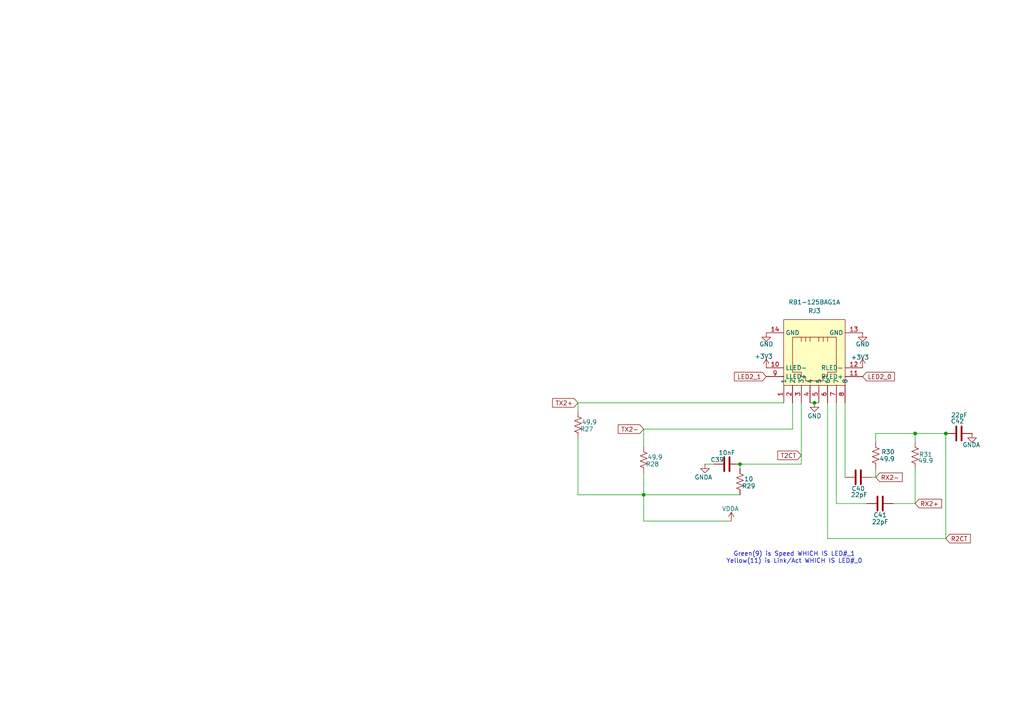
<source format=kicad_sch>
(kicad_sch (version 20250114) (generator "eeschema") (generator_version "9.0")
  (paper "A4")
  (title_block (date "2025-04-01") (rev "1") (company "Bronco Space") (comment 1 "SCALES") (comment 2 "By John Pollak"))
  (lib_symbols
    (symbol "Device:C" (pin_numbers (hide yes)) (pin_names (offset 0.254))
      (property "Reference" "C" (at 0.635 2.54 0))
      (property "Value" "C" (at 0.635 -2.54 0))
      (symbol "C_0_1"
        (polyline (pts (xy -2.032 0.762) (xy 2.032 0.762)) (stroke (width 0.508)))
        (polyline (pts (xy -2.032 -0.762) (xy 2.032 -0.762)) (stroke (width 0.508)))
      )
      (symbol "C_1_1"
        (pin passive line (at 0 3.81 270) (length 2.794) (name "~") (number "1"))
        (pin passive line (at 0 -3.81 90) (length 2.794) (name "~") (number "2"))
      )
    )
    (symbol "Device:R_US" (pin_numbers (hide yes)) (pin_names (offset 0))
      (property "Reference" "R" (at 2.54 0 90))
      (property "Value" "R_US" (at -2.54 0 90))
      (symbol "R_US_0_1"
        (polyline (pts (xy 0 2.286) (xy 0 2.54)))
        (polyline (pts (xy 0 2.286) (xy 1.016 1.905) (xy 0 1.524) (xy -1.016 1.143) (xy 0 0.762)))
        (polyline (pts (xy 0 0.762) (xy 1.016 0.381) (xy 0 0) (xy -1.016 -0.381) (xy 0 -0.762)))
        (polyline (pts (xy 0 -0.762) (xy 1.016 -1.143) (xy 0 -1.524) (xy -1.016 -1.905) (xy 0 -2.286)))
        (polyline (pts (xy 0 -2.286) (xy 0 -2.54)))
      )
      (symbol "R_US_1_1"
        (pin passive line (at 0 3.81 270) (length 1.27) (name "~") (number "1"))
        (pin passive line (at 0 -3.81 90) (length 1.27) (name "~") (number "2"))
      )
    )
    (symbol "easyeda2kicad:RB1-125BAG1A"
      (property "Reference" "RJ" (at 0 12.7 0))
      (property "Value" "RB1-125BAG1A" (at 0 -17.78 0))
      (symbol "RB1-125BAG1A_0_1"
        (rectangle (start -7.62 11.43) (end 10.16 -7.62) (fill (type background)))
        (polyline (pts (xy -2.54 6.35) (xy -2.54 5.08) (xy -2.54 5.08)))
        (polyline (pts (xy -1.27 6.35) (xy -1.27 5.08) (xy -1.27 5.08)))
        (polyline (pts (xy 0 6.35) (xy 0 5.08) (xy 0 5.08)))
        (polyline (pts (xy 2.54 6.35) (xy 2.54 5.08) (xy 2.54 5.08)))
        (polyline (pts (xy 3.81 6.35) (xy 3.81 5.08) (xy 3.81 5.08)))
        (polyline (pts (xy 5.08 6.35) (xy 5.08 5.08) (xy 5.08 5.08)))
        (polyline (pts (xy 7.62 6.35) (xy -5.08 6.35) (xy -5.08 -3.81) (xy -2.54 -3.81) (xy -2.54 -5.08) (xy -1.27 -5.08) (xy -1.27 -5.08) (xy -1.27 -6.35) (xy 3.81 -6.35) (xy 3.81 -5.08) (xy 5.08 -5.08) (xy 5.08 -3.81) (xy 7.62 -3.81) (xy 7.62 6.35) (xy 7.62 5.08)))
        (pin unspecified line (at -12.7 7.62 0) (length 5.08) (name "GND") (number "14"))
        (pin unspecified line (at -12.7 -2.54 0) (length 5.08) (name "LLED-") (number "10"))
        (pin unspecified line (at -12.7 -5.08 0) (length 5.08) (name "LLED+") (number "9"))
        (pin unspecified line (at -7.62 -12.7 90) (length 5.08) (name "1") (number "1"))
        (pin unspecified line (at -5.08 -12.7 90) (length 5.08) (name "2") (number "2"))
        (pin unspecified line (at -2.54 -12.7 90) (length 5.08) (name "3") (number "3"))
        (pin unspecified line (at 0 -12.7 90) (length 5.08) (name "4") (number "4"))
        (pin unspecified line (at 2.54 -12.7 90) (length 5.08) (name "5") (number "5"))
        (pin unspecified line (at 5.08 -12.7 90) (length 5.08) (name "6") (number "6"))
        (pin unspecified line (at 7.62 -12.7 90) (length 5.08) (name "7") (number "7"))
        (pin unspecified line (at 10.16 -12.7 90) (length 5.08) (name "8") (number "8"))
        (pin unspecified line (at 15.24 7.62 180) (length 5.08) (name "GND") (number "13"))
        (pin unspecified line (at 15.24 -2.54 180) (length 5.08) (name "RLED-") (number "12"))
        (pin unspecified line (at 15.24 -5.08 180) (length 5.08) (name "RLED+") (number "11"))
      )
    )
    (symbol "power:+3V3" (power) (pin_numbers (hide yes)) (pin_names (offset 0) (hide yes))
      (property "Value" "+3V3" (at 0 3.556 0))
      (symbol "+3V3_0_1"
        (polyline (pts (xy -0.762 1.27) (xy 0 2.54)))
        (polyline (pts (xy 0 2.54) (xy 0.762 1.27)))
        (polyline (pts (xy 0 0) (xy 0 2.54)))
      )
      (symbol "+3V3_1_1"
        (pin power_in line (at 0 0 90) (length 0) (name "~") (number "1"))
      )
    )
    (symbol "power:GND" (power) (pin_numbers (hide yes)) (pin_names (offset 0) (hide yes))
      (property "Value" "GND" (at 0 -3.81 0))
      (symbol "GND_0_1"
        (polyline (pts (xy 0 0) (xy 0 -1.27) (xy 1.27 -1.27) (xy 0 -2.54) (xy -1.27 -1.27) (xy 0 -1.27)))
      )
      (symbol "GND_1_1"
        (pin power_in line (at 0 0 270) (length 0) (name "~") (number "1"))
      )
    )
    (symbol "power:VPP" (power) (pin_numbers (hide yes)) (pin_names (offset 0) (hide yes))
      (property "Value" "VPP" (at 0 3.556 0))
      (symbol "VPP_0_1"
        (polyline (pts (xy -0.762 1.27) (xy 0 2.54)))
        (polyline (pts (xy 0 2.54) (xy 0.762 1.27)))
        (polyline (pts (xy 0 0) (xy 0 2.54)))
      )
      (symbol "VPP_1_1"
        (pin power_in line (at 0 0 90) (length 0) (name "~") (number "1"))
      )
    )
  )
  (text "Green(9) is Speed WHICH IS LED#_1\nYellow(11) is Link/Act WHICH IS LED#_0\n" (at 230.378 161.798 0) (effects (font (size 1.27 1.27))))
  (junction (at 186.69 143.51))
  (junction (at 236.22 116.84))
  (junction (at 214.63 134.62))
  (junction (at 265.43 125.73))
  (junction (at 274.32 125.73))
  (wire (pts (xy 265.43 125.73) (xy 265.43 128.27)))
  (wire (pts (xy 229.87 124.46) (xy 186.69 124.46)))
  (wire (pts (xy 186.69 151.13) (xy 186.69 143.51)))
  (wire (pts (xy 254 125.73) (xy 254 128.27)))
  (wire (pts (xy 254 138.43) (xy 252.73 138.43)))
  (wire (pts (xy 214.63 135.89) (xy 214.63 134.62)))
  (wire (pts (xy 232.41 116.84) (xy 232.41 134.62)))
  (wire (pts (xy 245.11 116.84) (xy 245.11 138.43)))
  (wire (pts (xy 240.03 116.84) (xy 240.03 156.21)))
  (wire (pts (xy 186.69 137.16) (xy 186.69 143.51)))
  (wire (pts (xy 242.57 146.05) (xy 242.57 116.84)))
  (wire (pts (xy 167.64 116.84) (xy 227.33 116.84)))
  (wire (pts (xy 254 138.43) (xy 254 135.89)))
  (wire (pts (xy 167.64 116.84) (xy 167.64 119.38)))
  (wire (pts (xy 274.32 156.21) (xy 274.32 125.73)))
  (wire (pts (xy 214.63 143.51) (xy 186.69 143.51)))
  (wire (pts (xy 186.69 129.54) (xy 186.69 124.46)))
  (wire (pts (xy 214.63 134.62) (xy 232.41 134.62)))
  (wire (pts (xy 167.64 127) (xy 167.64 143.51)))
  (wire (pts (xy 236.22 116.84) (xy 234.95 116.84)))
  (wire (pts (xy 251.46 146.05) (xy 242.57 146.05)))
  (wire (pts (xy 229.87 124.46) (xy 229.87 116.84)))
  (wire (pts (xy 274.32 125.73) (xy 265.43 125.73)))
  (wire (pts (xy 167.64 143.51) (xy 186.69 143.51)))
  (wire (pts (xy 212.09 151.13) (xy 186.69 151.13)))
  (wire (pts (xy 237.49 116.84) (xy 236.22 116.84)))
  (wire (pts (xy 259.08 146.05) (xy 265.43 146.05)))
  (wire (pts (xy 254 125.73) (xy 265.43 125.73)))
  (wire (pts (xy 204.47 134.62) (xy 207.01 134.62)))
  (wire (pts (xy 265.43 146.05) (xy 265.43 135.89)))
  (wire (pts (xy 240.03 156.21) (xy 274.32 156.21)))
  (global_label "R2CT" (shape input) (at 274.32 156.21 0) (property "Intersheetrefs" "${INTERSHEET_REFS}" (effects (hide yes))))
  (global_label "RX2-" (shape input) (at 254 138.43 0) (property "Intersheetrefs" "${INTERSHEET_REFS}" (effects (hide yes))))
  (global_label "TX2+" (shape input) (at 167.64 116.84 180) (property "Intersheetrefs" "${INTERSHEET_REFS}" (effects (hide yes))))
  (global_label "TX2-" (shape input) (at 186.69 124.46 180) (property "Intersheetrefs" "${INTERSHEET_REFS}" (effects (hide yes))))
  (global_label "LED2_1" (shape input) (at 222.25 109.22 180) (property "Intersheetrefs" "${INTERSHEET_REFS}" (effects (hide yes))))
  (global_label "LED2_0" (shape input) (at 250.19 109.22 0) (property "Intersheetrefs" "${INTERSHEET_REFS}" (effects (hide yes))))
  (global_label "T2CT" (shape input) (at 232.41 132.08 180) (property "Intersheetrefs" "${INTERSHEET_REFS}" (effects (hide yes))))
  (global_label "RX2+" (shape input) (at 265.43 146.05 0) (property "Intersheetrefs" "${INTERSHEET_REFS}" (effects (hide yes))))
  (symbol (lib_id "power:+3V3") (at 250.19 106.68 0) (unit 1)
    (property "Reference" "#PWR088" (effects (hide yes)))
    (property "Value" "+3V3" (at 249.428 103.632 0))
    (property "Description" "Power symbol creates a global label with name \"+3V3\"" (effects (hide yes)))
  )
  (symbol (lib_id "power:GND") (at 236.22 116.84 0) (unit 1)
    (property "Reference" "#PWR086" (effects (hide yes)))
    (property "Value" "GND" (at 236.22 120.65 0))
    (property "Description" "Power symbol creates a global label with name \"GND\" , ground" (effects (hide yes)))
  )
  (symbol (lib_id "Device:R_US") (at 186.69 133.35 0) (unit 1)
    (property "Reference" "R28" (at 189.23 134.62 0))
    (property "Value" "49.9" (at 189.992 132.588 0))
    (property "Footprint" "Resistor_SMD:R_0603_1608Metric" (effects (hide yes)))
    (property "Description" "Resistor, US symbol" (effects (hide yes)))
  )
  (symbol (lib_id "Device:R_US") (at 265.43 132.08 0) (unit 1)
    (property "Reference" "R31" (at 268.478 131.826 0))
    (property "Value" "49.9" (at 268.478 133.604 0))
    (property "Footprint" "Resistor_SMD:R_0603_1608Metric" (effects (hide yes)))
    (property "Description" "Resistor, US symbol" (effects (hide yes)))
  )
  (symbol (lib_id "easyeda2kicad:RB1-125BAG1A") (at 234.95 104.14 0) (unit 1)
    (property "Reference" "RJ3" (at 236.22 90.17 0))
    (property "Value" "RB1-125BAG1A" (at 236.22 87.63 0))
    (property "Footprint" "easyeda2kicad:RJ45-TH_RB1-125BAG1A" (effects (hide yes)))
    (property "Datasheet" "https://lcsc.com/product-detail/Ethernet-Connectors-Modular-Connectors-RJ45-RJ11_WIZNET-RB1-125BAG1A_C910370.html" (effects (hide yes)))
    (property "LCSC Part" "C910370" (effects (hide yes)))
  )
  (symbol (lib_id "power:+3V3") (at 222.25 106.68 0) (unit 1)
    (property "Reference" "#PWR085" (effects (hide yes)))
    (property "Value" "+3V3" (at 221.488 103.378 0))
    (property "Description" "Power symbol creates a global label with name \"+3V3\"" (effects (hide yes)))
  )
  (symbol (lib_id "Device:C") (at 248.92 138.43 270) (unit 1)
    (property "Reference" "C40" (at 248.92 141.732 90))
    (property "Value" "22pF" (at 249.174 143.51 90))
    (property "Footprint" "Capacitor_SMD:C_0402_1005Metric" (effects (hide yes)))
    (property "Description" "Unpolarized capacitor" (effects (hide yes)))
  )
  (symbol (lib_id "power:GND") (at 204.47 134.62 0) (unit 1)
    (property "Reference" "#PWR082" (effects (hide yes)))
    (property "Value" "GNDA" (at 201.422 138.43 0) (effects (justify left)))
    (property "Description" "Power symbol creates a global label with name \"GND\" , ground" (effects (hide yes)))
  )
  (symbol (lib_id "Device:R_US") (at 254 132.08 0) (unit 1)
    (property "Reference" "R30" (at 257.556 131.064 0))
    (property "Value" "49.9" (at 257.302 133.096 0))
    (property "Footprint" "Resistor_SMD:R_0603_1608Metric" (effects (hide yes)))
    (property "Description" "Resistor, US symbol" (effects (hide yes)))
  )
  (symbol (lib_id "Device:C") (at 210.82 134.62 90) (unit 1)
    (property "Reference" "C39" (at 208.026 133.35 90))
    (property "Value" "10nF" (at 210.82 131.318 90))
    (property "Footprint" "Capacitor_SMD:C_0402_1005Metric" (effects (hide yes)))
    (property "Description" "Unpolarized capacitor" (effects (hide yes)))
  )
  (symbol (lib_id "power:GND") (at 222.25 96.52 0) (unit 1)
    (property "Reference" "#PWR084" (effects (hide yes)))
    (property "Value" "GND" (at 220.218 99.822 0) (effects (justify left)))
    (property "Description" "Power symbol creates a global label with name \"GND\" , ground" (effects (hide yes)))
  )
  (symbol (lib_id "Device:R_US") (at 214.63 139.7 0) (unit 1)
    (property "Reference" "R29" (at 217.17 140.97 0))
    (property "Value" "10" (at 217.17 138.938 0))
    (property "Footprint" "Resistor_SMD:R_0603_1608Metric" (effects (hide yes)))
    (property "Description" "Resistor, US symbol" (effects (hide yes)))
  )
  (symbol (lib_id "power:GND") (at 250.19 96.52 0) (unit 1)
    (property "Reference" "#PWR087" (effects (hide yes)))
    (property "Value" "GND" (at 248.158 99.822 0) (effects (justify left)))
    (property "Description" "Power symbol creates a global label with name \"GND\" , ground" (effects (hide yes)))
  )
  (symbol (lib_id "power:GND") (at 281.94 125.73 0) (unit 1)
    (property "Reference" "#PWR089" (effects (hide yes)))
    (property "Value" "GNDA" (at 279.146 129.032 0) (effects (justify left)))
    (property "Description" "Power symbol creates a global label with name \"GND\" , ground" (effects (hide yes)))
  )
  (symbol (lib_id "Device:C") (at 255.27 146.05 270) (unit 1)
    (property "Reference" "C41" (at 255.27 149.352 90))
    (property "Value" "22pF" (at 255.27 151.384 90))
    (property "Footprint" "Capacitor_SMD:C_0402_1005Metric" (effects (hide yes)))
    (property "Description" "Unpolarized capacitor" (effects (hide yes)))
  )
  (symbol (lib_id "Device:C") (at 278.13 125.73 270) (unit 1)
    (property "Reference" "C42" (at 279.654 122.174 90) (effects (justify right)))
    (property "Value" "22pF" (at 280.67 120.396 90) (effects (justify right)))
    (property "Footprint" "Capacitor_SMD:C_0402_1005Metric" (effects (hide yes)))
    (property "Description" "Unpolarized capacitor" (effects (hide yes)))
  )
  (symbol (lib_id "Device:R_US") (at 167.64 123.19 0) (unit 1)
    (property "Reference" "R27" (at 170.18 124.46 0))
    (property "Value" "49.9" (at 170.942 122.428 0))
    (property "Footprint" "Resistor_SMD:R_0603_1608Metric" (effects (hide yes)))
    (property "Description" "Resistor, US symbol" (effects (hide yes)))
  )
  (symbol (lib_id "power:VPP") (at 212.09 151.13 0) (unit 1)
    (property "Reference" "#PWR083" (effects (hide yes)))
    (property "Value" "VDDA" (at 211.836 147.574 0))
    (property "Description" "Power symbol creates a global label with name \"VPP\"" (effects (hide yes)))
  )
)
</source>
